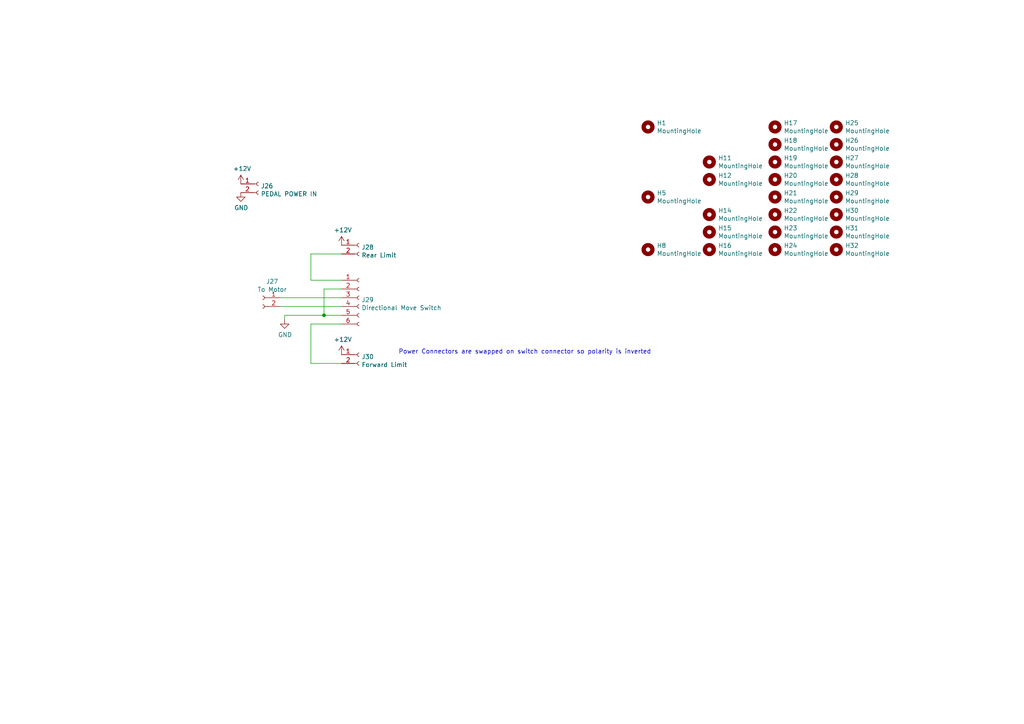
<source format=kicad_sch>
(kicad_sch (version 20231120) (generator "eeschema") (generator_version "8.0")
  (paper "A4")
  (lib_symbols
    (symbol "Mechanical:MountingHole" (pin_names (offset 1.016)) (exclude_from_sim yes) (in_bom no)
      (property "Reference" "H" (at 0 5.08 0))
      (property "Value" "MountingHole" (at 0 3.175 0))
      (symbol "MountingHole_0_1"
        (circle (center 0 0) (radius 1.27) (stroke (width 1.27)))
      )
    )
    (symbol "OH - Upper Mixed Small PCBs-rescue:+12V-power" (power) (pin_names (offset 0))
      (property "Value" "power_+12V" (at 0 3.556 0))
      (symbol "+12V-power_0_1"
        (polyline (pts (xy -0.762 1.27) (xy 0 2.54)))
        (polyline (pts (xy 0 0) (xy 0 2.54)))
        (polyline (pts (xy 0 2.54) (xy 0.762 1.27)))
      )
      (symbol "+12V-power_1_1"
        (pin power_in line (at 0 0 90) (length 0) hide (name "+12V") (number "1"))
      )
    )
    (symbol "OH - Upper Mixed Small PCBs-rescue:Conn_01x02_Female-Connector" (pin_names (offset 1.016) hide)
      (property "Reference" "J" (at 0 2.54 0))
      (property "Value" "Connector_Conn_01x02_Female" (at 0 -5.08 0))
      (symbol "Conn_01x02_Female-Connector_1_1"
        (arc (start 0 -2.032) (mid -0.508 -2.54) (end 0 -3.048) (stroke (width 0.1524)))
        (polyline (pts (xy -1.27 -2.54) (xy -0.508 -2.54)) (stroke (width 0.1524)))
        (polyline (pts (xy -1.27 0) (xy -0.508 0)) (stroke (width 0.1524)))
        (arc (start 0 0.508) (mid -0.508 0) (end 0 -0.508) (stroke (width 0.1524)))
        (pin passive line (at -5.08 0 0) (length 3.81) (name "Pin_1") (number "1"))
        (pin passive line (at -5.08 -2.54 0) (length 3.81) (name "Pin_2") (number "2"))
      )
    )
    (symbol "OH - Upper Mixed Small PCBs-rescue:Conn_01x06_Female-Connector" (pin_names (offset 1.016) hide)
      (property "Reference" "J" (at 0 7.62 0))
      (property "Value" "Connector_Conn_01x06_Female" (at 0 -10.16 0))
      (symbol "Conn_01x06_Female-Connector_1_1"
        (arc (start 0 -7.112) (mid -0.508 -7.62) (end 0 -8.128) (stroke (width 0.1524)))
        (arc (start 0 -4.572) (mid -0.508 -5.08) (end 0 -5.588) (stroke (width 0.1524)))
        (arc (start 0 -2.032) (mid -0.508 -2.54) (end 0 -3.048) (stroke (width 0.1524)))
        (polyline (pts (xy -1.27 -7.62) (xy -0.508 -7.62)) (stroke (width 0.1524)))
        (polyline (pts (xy -1.27 -5.08) (xy -0.508 -5.08)) (stroke (width 0.1524)))
        (polyline (pts (xy -1.27 -2.54) (xy -0.508 -2.54)) (stroke (width 0.1524)))
        (polyline (pts (xy -1.27 0) (xy -0.508 0)) (stroke (width 0.1524)))
        (polyline (pts (xy -1.27 2.54) (xy -0.508 2.54)) (stroke (width 0.1524)))
        (polyline (pts (xy -1.27 5.08) (xy -0.508 5.08)) (stroke (width 0.1524)))
        (arc (start 0 0.508) (mid -0.508 0) (end 0 -0.508) (stroke (width 0.1524)))
        (arc (start 0 3.048) (mid -0.508 2.54) (end 0 2.032) (stroke (width 0.1524)))
        (arc (start 0 5.588) (mid -0.508 5.08) (end 0 4.572) (stroke (width 0.1524)))
        (pin passive line (at -5.08 5.08 0) (length 3.81) (name "Pin_1") (number "1"))
        (pin passive line (at -5.08 2.54 0) (length 3.81) (name "Pin_2") (number "2"))
        (pin passive line (at -5.08 0 0) (length 3.81) (name "Pin_3") (number "3"))
        (pin passive line (at -5.08 -2.54 0) (length 3.81) (name "Pin_4") (number "4"))
        (pin passive line (at -5.08 -5.08 0) (length 3.81) (name "Pin_5") (number "5"))
        (pin passive line (at -5.08 -7.62 0) (length 3.81) (name "Pin_6") (number "6"))
      )
    )
    (symbol "OH - Upper Mixed Small PCBs-rescue:GND-power" (power) (pin_names (offset 0))
      (property "Value" "power_GND" (at 0 -3.81 0))
      (symbol "GND-power_0_1"
        (polyline (pts (xy 0 0) (xy 0 -1.27) (xy 1.27 -1.27) (xy 0 -2.54) (xy -1.27 -1.27) (xy 0 -1.27)))
      )
      (symbol "GND-power_1_1"
        (pin power_in line (at 0 0 270) (length 0) hide (name "GND") (number "1"))
      )
    )
  )
  (junction (at 93.98 91.44))
  (wire (pts (xy 99.06 73.66) (xy 90.17 73.66)))
  (wire (pts (xy 90.17 73.66) (xy 90.17 81.28)))
  (wire (pts (xy 99.06 105.41) (xy 90.17 105.41)))
  (wire (pts (xy 93.98 91.44) (xy 82.55 91.44)))
  (wire (pts (xy 93.98 83.82) (xy 93.98 91.44)))
  (wire (pts (xy 93.98 91.44) (xy 99.06 91.44)))
  (wire (pts (xy 99.06 86.36) (xy 81.28 86.36)))
  (wire (pts (xy 90.17 93.98) (xy 99.06 93.98)))
  (wire (pts (xy 90.17 81.28) (xy 99.06 81.28)))
  (wire (pts (xy 82.55 91.44) (xy 82.55 92.71)))
  (wire (pts (xy 90.17 105.41) (xy 90.17 93.98)))
  (wire (pts (xy 99.06 83.82) (xy 93.98 83.82)))
  (wire (pts (xy 99.06 88.9) (xy 81.28 88.9)))
  (text "Power Connectors are swapped on switch connector so polarity is inverted" (at 115.57 102.87 0) (effects (font (size 1.27 1.27)) (justify left bottom)))
  (symbol (lib_id "OH - Upper Mixed Small PCBs-rescue:Conn_01x02_Female-Connector") (at 74.93 53.34 0) (unit 1)
    (property "Reference" "J26" (at 75.6412 53.9496 0) (effects (justify left)))
    (property "Value" "PEDAL POWER IN" (at 75.6412 56.261 0) (effects (justify left)))
    (property "Footprint" "Connector_BarrelJack:BarrelJack_Horizontal" (effects (hide yes)))
  )
  (symbol (lib_id "OH - Upper Mixed Small PCBs-rescue:Conn_01x06_Female-Connector") (at 104.14 86.36 0) (unit 1)
    (property "Reference" "J29" (at 104.8512 86.9696 0) (effects (justify left)))
    (property "Value" "Directional Move Switch" (at 104.8512 89.281 0) (effects (justify left)))
    (property "Footprint" "PT_Library_v001:Molex_1x06_P2.54mm_Vertical" (effects (hide yes)))
  )
  (symbol (lib_id "OH - Upper Mixed Small PCBs-rescue:GND-power") (at 69.85 55.88 0) (unit 1)
    (property "Reference" "#PWR02" (effects (hide yes)))
    (property "Value" "GND" (at 69.977 60.2742 0))
  )
  (symbol (lib_id "OH - Upper Mixed Small PCBs-rescue:+12V-power") (at 69.85 53.34 0) (unit 1)
    (property "Reference" "#PWR01" (effects (hide yes)))
    (property "Value" "+12V" (at 70.231 48.9458 0))
  )
  (symbol (lib_id "OH - Upper Mixed Small PCBs-rescue:Conn_01x02_Female-Connector") (at 76.2 86.36 0) (mirror y) (unit 1)
    (property "Reference" "J27" (at 78.9432 81.661 0))
    (property "Value" "To Motor" (at 78.9432 83.9724 0))
    (property "Footprint" "PT_Library_v001:Molex_1x02_P2.54mm_Vertical" (effects (hide yes)))
  )
  (symbol (lib_id "OH - Upper Mixed Small PCBs-rescue:Conn_01x02_Female-Connector") (at 104.14 71.12 0) (unit 1)
    (property "Reference" "J28" (at 104.8512 71.7296 0) (effects (justify left)))
    (property "Value" "Rear Limit" (at 104.8512 74.041 0) (effects (justify left)))
    (property "Footprint" "PT_Library_v001:Molex_1x02_P2.54mm_Vertical" (effects (hide yes)))
  )
  (symbol (lib_id "OH - Upper Mixed Small PCBs-rescue:+12V-power") (at 99.06 71.12 0) (unit 1)
    (property "Reference" "#PWR04" (effects (hide yes)))
    (property "Value" "+12V" (at 99.441 66.7258 0))
  )
  (symbol (lib_id "OH - Upper Mixed Small PCBs-rescue:Conn_01x02_Female-Connector") (at 104.14 102.87 0) (unit 1)
    (property "Reference" "J30" (at 104.8512 103.4796 0) (effects (justify left)))
    (property "Value" "Forward Limit" (at 104.8512 105.791 0) (effects (justify left)))
    (property "Footprint" "PT_Library_v001:Molex_1x02_P2.54mm_Vertical" (effects (hide yes)))
  )
  (symbol (lib_id "OH - Upper Mixed Small PCBs-rescue:+12V-power") (at 99.06 102.87 0) (unit 1)
    (property "Reference" "#PWR05" (effects (hide yes)))
    (property "Value" "+12V" (at 99.441 98.4758 0))
  )
  (symbol (lib_id "OH - Upper Mixed Small PCBs-rescue:GND-power") (at 82.55 92.71 0) (unit 1)
    (property "Reference" "#PWR03" (effects (hide yes)))
    (property "Value" "GND" (at 82.677 97.1042 0))
  )
  (symbol (lib_id "Mechanical:MountingHole") (at 187.96 36.83 0) (unit 1)
    (property "Reference" "H1" (at 190.5 35.6616 0) (effects (justify left)))
    (property "Value" "MountingHole" (at 190.5 37.973 0) (effects (justify left)))
    (property "Footprint" "MountingHole:MountingHole_4.3mm_M4" (effects (hide yes)))
  )
  (symbol (lib_id "Mechanical:MountingHole") (at 187.96 57.15 0) (unit 1)
    (property "Reference" "H5" (at 190.5 55.9816 0) (effects (justify left)))
    (property "Value" "MountingHole" (at 190.5 58.293 0) (effects (justify left)))
    (property "Footprint" "MountingHole:MountingHole_4.3mm_M4" (effects (hide yes)))
  )
  (symbol (lib_id "Mechanical:MountingHole") (at 187.96 72.39 0) (unit 1)
    (property "Reference" "H8" (at 190.5 71.2216 0) (effects (justify left)))
    (property "Value" "MountingHole" (at 190.5 73.533 0) (effects (justify left)))
    (property "Footprint" "MountingHole:MountingHole_4.3mm_M4" (effects (hide yes)))
  )
  (symbol (lib_id "Mechanical:MountingHole") (at 205.74 46.99 0) (unit 1)
    (property "Reference" "H11" (at 208.28 45.8216 0) (effects (justify left)))
    (property "Value" "MountingHole" (at 208.28 48.133 0) (effects (justify left)))
    (property "Footprint" "MountingHole:MountingHole_4.3mm_M4" (effects (hide yes)))
  )
  (symbol (lib_id "Mechanical:MountingHole") (at 205.74 52.07 0) (unit 1)
    (property "Reference" "H12" (at 208.28 50.9016 0) (effects (justify left)))
    (property "Value" "MountingHole" (at 208.28 53.213 0) (effects (justify left)))
    (property "Footprint" "MountingHole:MountingHole_4.3mm_M4" (effects (hide yes)))
  )
  (symbol (lib_id "Mechanical:MountingHole") (at 205.74 62.23 0) (unit 1)
    (property "Reference" "H14" (at 208.28 61.0616 0) (effects (justify left)))
    (property "Value" "MountingHole" (at 208.28 63.373 0) (effects (justify left)))
    (property "Footprint" "MountingHole:MountingHole_4.3mm_M4" (effects (hide yes)))
  )
  (symbol (lib_id "Mechanical:MountingHole") (at 205.74 67.31 0) (unit 1)
    (property "Reference" "H15" (at 208.28 66.1416 0) (effects (justify left)))
    (property "Value" "MountingHole" (at 208.28 68.453 0) (effects (justify left)))
    (property "Footprint" "MountingHole:MountingHole_4.3mm_M4" (effects (hide yes)))
  )
  (symbol (lib_id "Mechanical:MountingHole") (at 205.74 72.39 0) (unit 1)
    (property "Reference" "H16" (at 208.28 71.2216 0) (effects (justify left)))
    (property "Value" "MountingHole" (at 208.28 73.533 0) (effects (justify left)))
    (property "Footprint" "MountingHole:MountingHole_4.3mm_M4" (effects (hide yes)))
  )
  (symbol (lib_id "Mechanical:MountingHole") (at 224.79 36.83 0) (unit 1)
    (property "Reference" "H17" (at 227.33 35.6616 0) (effects (justify left)))
    (property "Value" "MountingHole" (at 227.33 37.973 0) (effects (justify left)))
    (property "Footprint" "MountingHole:MountingHole_4.3mm_M4" (effects (hide yes)))
  )
  (symbol (lib_id "Mechanical:MountingHole") (at 224.79 41.91 0) (unit 1)
    (property "Reference" "H18" (at 227.33 40.7416 0) (effects (justify left)))
    (property "Value" "MountingHole" (at 227.33 43.053 0) (effects (justify left)))
    (property "Footprint" "MountingHole:MountingHole_4.3mm_M4" (effects (hide yes)))
  )
  (symbol (lib_id "Mechanical:MountingHole") (at 224.79 46.99 0) (unit 1)
    (property "Reference" "H19" (at 227.33 45.8216 0) (effects (justify left)))
    (property "Value" "MountingHole" (at 227.33 48.133 0) (effects (justify left)))
    (property "Footprint" "MountingHole:MountingHole_4.3mm_M4" (effects (hide yes)))
  )
  (symbol (lib_id "Mechanical:MountingHole") (at 224.79 52.07 0) (unit 1)
    (property "Reference" "H20" (at 227.33 50.9016 0) (effects (justify left)))
    (property "Value" "MountingHole" (at 227.33 53.213 0) (effects (justify left)))
    (property "Footprint" "MountingHole:MountingHole_4.3mm_M4" (effects (hide yes)))
  )
  (symbol (lib_id "Mechanical:MountingHole") (at 224.79 57.15 0) (unit 1)
    (property "Reference" "H21" (at 227.33 55.9816 0) (effects (justify left)))
    (property "Value" "MountingHole" (at 227.33 58.293 0) (effects (justify left)))
    (property "Footprint" "MountingHole:MountingHole_4.3mm_M4" (effects (hide yes)))
  )
  (symbol (lib_id "Mechanical:MountingHole") (at 224.79 62.23 0) (unit 1)
    (property "Reference" "H22" (at 227.33 61.0616 0) (effects (justify left)))
    (property "Value" "MountingHole" (at 227.33 63.373 0) (effects (justify left)))
    (property "Footprint" "MountingHole:MountingHole_4.3mm_M4" (effects (hide yes)))
  )
  (symbol (lib_id "Mechanical:MountingHole") (at 224.79 67.31 0) (unit 1)
    (property "Reference" "H23" (at 227.33 66.1416 0) (effects (justify left)))
    (property "Value" "MountingHole" (at 227.33 68.453 0) (effects (justify left)))
    (property "Footprint" "MountingHole:MountingHole_4.3mm_M4" (effects (hide yes)))
  )
  (symbol (lib_id "Mechanical:MountingHole") (at 224.79 72.39 0) (unit 1)
    (property "Reference" "H24" (at 227.33 71.2216 0) (effects (justify left)))
    (property "Value" "MountingHole" (at 227.33 73.533 0) (effects (justify left)))
    (property "Footprint" "MountingHole:MountingHole_4.3mm_M4" (effects (hide yes)))
  )
  (symbol (lib_id "Mechanical:MountingHole") (at 242.57 36.83 0) (unit 1)
    (property "Reference" "H25" (at 245.11 35.6616 0) (effects (justify left)))
    (property "Value" "MountingHole" (at 245.11 37.973 0) (effects (justify left)))
    (property "Footprint" "MountingHole:MountingHole_4.3mm_M4" (effects (hide yes)))
  )
  (symbol (lib_id "Mechanical:MountingHole") (at 242.57 41.91 0) (unit 1)
    (property "Reference" "H26" (at 245.11 40.7416 0) (effects (justify left)))
    (property "Value" "MountingHole" (at 245.11 43.053 0) (effects (justify left)))
    (property "Footprint" "MountingHole:MountingHole_4.3mm_M4" (effects (hide yes)))
  )
  (symbol (lib_id "Mechanical:MountingHole") (at 242.57 46.99 0) (unit 1)
    (property "Reference" "H27" (at 245.11 45.8216 0) (effects (justify left)))
    (property "Value" "MountingHole" (at 245.11 48.133 0) (effects (justify left)))
    (property "Footprint" "MountingHole:MountingHole_4.3mm_M4" (effects (hide yes)))
  )
  (symbol (lib_id "Mechanical:MountingHole") (at 242.57 52.07 0) (unit 1)
    (property "Reference" "H28" (at 245.11 50.9016 0) (effects (justify left)))
    (property "Value" "MountingHole" (at 245.11 53.213 0) (effects (justify left)))
    (property "Footprint" "MountingHole:MountingHole_4.3mm_M4" (effects (hide yes)))
  )
  (symbol (lib_id "Mechanical:MountingHole") (at 242.57 57.15 0) (unit 1)
    (property "Reference" "H29" (at 245.11 55.9816 0) (effects (justify left)))
    (property "Value" "MountingHole" (at 245.11 58.293 0) (effects (justify left)))
    (property "Footprint" "MountingHole:MountingHole_4.3mm_M4" (effects (hide yes)))
  )
  (symbol (lib_id "Mechanical:MountingHole") (at 242.57 62.23 0) (unit 1)
    (property "Reference" "H30" (at 245.11 61.0616 0) (effects (justify left)))
    (property "Value" "MountingHole" (at 245.11 63.373 0) (effects (justify left)))
    (property "Footprint" "MountingHole:MountingHole_4.3mm_M4" (effects (hide yes)))
  )
  (symbol (lib_id "Mechanical:MountingHole") (at 242.57 67.31 0) (unit 1)
    (property "Reference" "H31" (at 245.11 66.1416 0) (effects (justify left)))
    (property "Value" "MountingHole" (at 245.11 68.453 0) (effects (justify left)))
    (property "Footprint" "MountingHole:MountingHole_4.3mm_M4" (effects (hide yes)))
  )
  (symbol (lib_id "Mechanical:MountingHole") (at 242.57 72.39 0) (unit 1)
    (property "Reference" "H32" (at 245.11 71.2216 0) (effects (justify left)))
    (property "Value" "MountingHole" (at 245.11 73.533 0) (effects (justify left)))
    (property "Footprint" "MountingHole:MountingHole_4.3mm_M4" (effects (hide yes)))
  )
)
</source>
